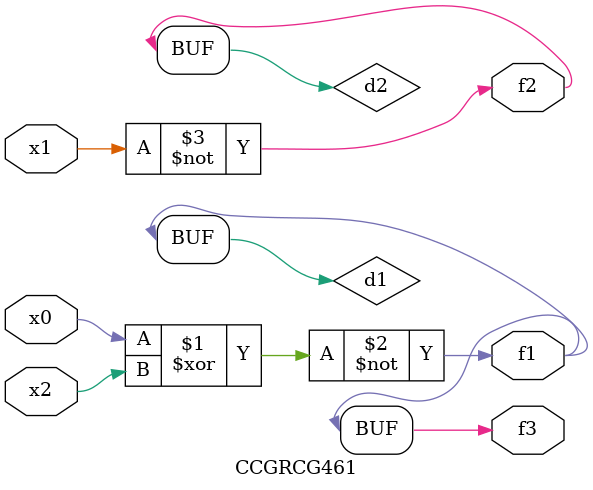
<source format=v>
module CCGRCG461(
	input x0, x1, x2,
	output f1, f2, f3
);

	wire d1, d2, d3;

	xnor (d1, x0, x2);
	nand (d2, x1);
	nor (d3, x1, x2);
	assign f1 = d1;
	assign f2 = d2;
	assign f3 = d1;
endmodule

</source>
